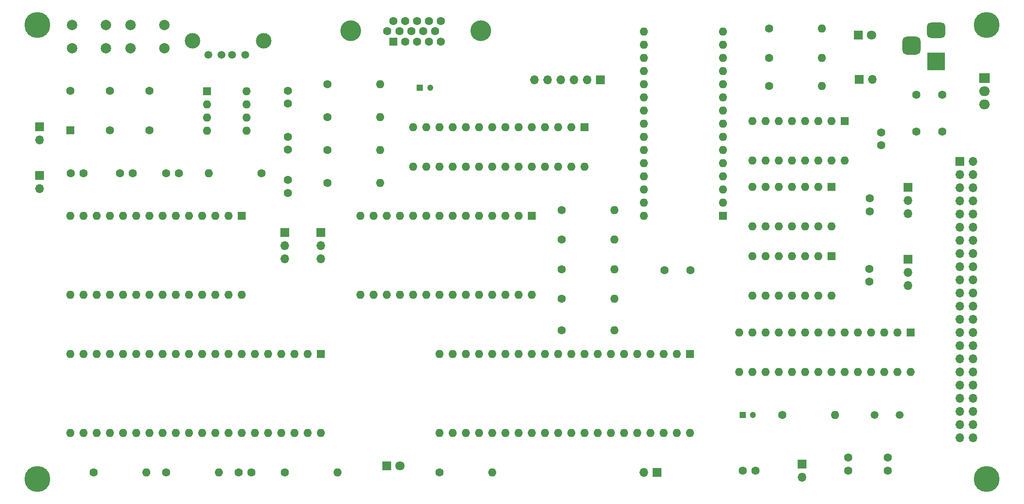
<source format=gbr>
%TF.GenerationSoftware,KiCad,Pcbnew,(6.0.10)*%
%TF.CreationDate,2023-07-26T11:36:41-05:00*%
%TF.ProjectId,Open Apple 1 SBC,4f70656e-2041-4707-906c-652031205342,rev?*%
%TF.SameCoordinates,Original*%
%TF.FileFunction,Soldermask,Bot*%
%TF.FilePolarity,Negative*%
%FSLAX46Y46*%
G04 Gerber Fmt 4.6, Leading zero omitted, Abs format (unit mm)*
G04 Created by KiCad (PCBNEW (6.0.10)) date 2023-07-26 11:36:41*
%MOMM*%
%LPD*%
G01*
G04 APERTURE LIST*
G04 Aperture macros list*
%AMRoundRect*
0 Rectangle with rounded corners*
0 $1 Rounding radius*
0 $2 $3 $4 $5 $6 $7 $8 $9 X,Y pos of 4 corners*
0 Add a 4 corners polygon primitive as box body*
4,1,4,$2,$3,$4,$5,$6,$7,$8,$9,$2,$3,0*
0 Add four circle primitives for the rounded corners*
1,1,$1+$1,$2,$3*
1,1,$1+$1,$4,$5*
1,1,$1+$1,$6,$7*
1,1,$1+$1,$8,$9*
0 Add four rect primitives between the rounded corners*
20,1,$1+$1,$2,$3,$4,$5,0*
20,1,$1+$1,$4,$5,$6,$7,0*
20,1,$1+$1,$6,$7,$8,$9,0*
20,1,$1+$1,$8,$9,$2,$3,0*%
G04 Aperture macros list end*
%ADD10R,1.700000X1.700000*%
%ADD11O,1.700000X1.700000*%
%ADD12R,1.200000X1.200000*%
%ADD13C,1.200000*%
%ADD14R,1.800000X1.800000*%
%ADD15C,1.800000*%
%ADD16R,1.600000X1.600000*%
%ADD17O,1.600000X1.600000*%
%ADD18C,5.000000*%
%ADD19C,1.600000*%
%ADD20C,2.000000*%
%ADD21C,4.000000*%
%ADD22C,1.500000*%
%ADD23C,3.000000*%
%ADD24R,3.500000X3.500000*%
%ADD25RoundRect,0.750000X-1.000000X0.750000X-1.000000X-0.750000X1.000000X-0.750000X1.000000X0.750000X0*%
%ADD26RoundRect,0.875000X-0.875000X0.875000X-0.875000X-0.875000X0.875000X-0.875000X0.875000X0.875000X0*%
%ADD27R,2.000000X1.905000*%
%ADD28O,2.000000X1.905000*%
G04 APERTURE END LIST*
D10*
%TO.C,A1*%
X98425000Y-80645000D03*
D11*
X98425000Y-83185000D03*
X98425000Y-85725000D03*
%TD*%
D10*
%TO.C,A2*%
X105410000Y-80645000D03*
D11*
X105410000Y-83185000D03*
X105410000Y-85725000D03*
%TD*%
D12*
%TO.C,C3*%
X124460000Y-52705000D03*
D13*
X126460000Y-52705000D03*
%TD*%
D14*
%TO.C,D1*%
X208915000Y-42545000D03*
D15*
X211455000Y-42545000D03*
%TD*%
D10*
%TO.C,J5*%
X170180000Y-127000000D03*
D11*
X167640000Y-127000000D03*
%TD*%
D16*
%TO.C,J6*%
X182880000Y-77470000D03*
D17*
X182880000Y-74930000D03*
X182880000Y-72390000D03*
X182880000Y-69850000D03*
X182880000Y-67310000D03*
X182880000Y-64770000D03*
X182880000Y-62230000D03*
X182880000Y-59690000D03*
X182880000Y-57150000D03*
X182880000Y-54610000D03*
X182880000Y-52070000D03*
X182880000Y-49530000D03*
X182880000Y-46990000D03*
X182880000Y-44450000D03*
X182880000Y-41910000D03*
X167640000Y-41910000D03*
X167640000Y-44450000D03*
X167640000Y-46990000D03*
X167640000Y-49530000D03*
X167640000Y-52070000D03*
X167640000Y-54610000D03*
X167640000Y-57150000D03*
X167640000Y-59690000D03*
X167640000Y-62230000D03*
X167640000Y-64770000D03*
X167640000Y-67310000D03*
X167640000Y-69850000D03*
X167640000Y-72390000D03*
X167640000Y-74930000D03*
X167640000Y-77470000D03*
%TD*%
D18*
%TO.C,J1*%
X233680000Y-128270000D03*
%TD*%
%TO.C,J2*%
X233680000Y-40640000D03*
%TD*%
%TO.C,J3*%
X50800000Y-128270000D03*
%TD*%
%TO.C,J4*%
X50800000Y-40640000D03*
%TD*%
D19*
%TO.C,R1*%
X106680000Y-71120000D03*
D17*
X116840000Y-71120000D03*
%TD*%
D19*
%TO.C,R2*%
X106680000Y-52070000D03*
D17*
X116840000Y-52070000D03*
%TD*%
D19*
%TO.C,R3*%
X106680000Y-58420000D03*
D17*
X116840000Y-58420000D03*
%TD*%
D19*
%TO.C,R4*%
X106680000Y-64770000D03*
D17*
X116840000Y-64770000D03*
%TD*%
D19*
%TO.C,R5*%
X191770000Y-41275000D03*
D17*
X201930000Y-41275000D03*
%TD*%
D19*
%TO.C,R6*%
X61595000Y-127000000D03*
D17*
X71755000Y-127000000D03*
%TD*%
D19*
%TO.C,R7*%
X75565000Y-127000000D03*
D17*
X85725000Y-127000000D03*
%TD*%
D19*
%TO.C,R8*%
X98425000Y-127000000D03*
D17*
X108585000Y-127000000D03*
%TD*%
D19*
%TO.C,R9*%
X191770000Y-46990000D03*
D17*
X201930000Y-46990000D03*
%TD*%
D19*
%TO.C,R10*%
X151765000Y-76327000D03*
D17*
X161925000Y-76327000D03*
%TD*%
D20*
%TO.C,SW1*%
X75275000Y-40600000D03*
X68775000Y-40600000D03*
X75275000Y-45100000D03*
X68775000Y-45100000D03*
%TD*%
D16*
%TO.C,U9*%
X176530000Y-104140000D03*
D17*
X173990000Y-104140000D03*
X171450000Y-104140000D03*
X168910000Y-104140000D03*
X166370000Y-104140000D03*
X163830000Y-104140000D03*
X161290000Y-104140000D03*
X158750000Y-104140000D03*
X156210000Y-104140000D03*
X153670000Y-104140000D03*
X151130000Y-104140000D03*
X148590000Y-104140000D03*
X146050000Y-104140000D03*
X143510000Y-104140000D03*
X140970000Y-104140000D03*
X138430000Y-104140000D03*
X135890000Y-104140000D03*
X133350000Y-104140000D03*
X130810000Y-104140000D03*
X128270000Y-104140000D03*
X128270000Y-119380000D03*
X130810000Y-119380000D03*
X133350000Y-119380000D03*
X135890000Y-119380000D03*
X138430000Y-119380000D03*
X140970000Y-119380000D03*
X143510000Y-119380000D03*
X146050000Y-119380000D03*
X148590000Y-119380000D03*
X151130000Y-119380000D03*
X153670000Y-119380000D03*
X156210000Y-119380000D03*
X158750000Y-119380000D03*
X161290000Y-119380000D03*
X163830000Y-119380000D03*
X166370000Y-119380000D03*
X168910000Y-119380000D03*
X171450000Y-119380000D03*
X173990000Y-119380000D03*
X176530000Y-119380000D03*
%TD*%
D16*
%TO.C,U4*%
X90170000Y-77470000D03*
D17*
X87630000Y-77470000D03*
X85090000Y-77470000D03*
X82550000Y-77470000D03*
X80010000Y-77470000D03*
X77470000Y-77470000D03*
X74930000Y-77470000D03*
X72390000Y-77470000D03*
X69850000Y-77470000D03*
X67310000Y-77470000D03*
X64770000Y-77470000D03*
X62230000Y-77470000D03*
X59690000Y-77470000D03*
X57150000Y-77470000D03*
X57150000Y-92710000D03*
X59690000Y-92710000D03*
X62230000Y-92710000D03*
X64770000Y-92710000D03*
X67310000Y-92710000D03*
X69850000Y-92710000D03*
X72390000Y-92710000D03*
X74930000Y-92710000D03*
X77470000Y-92710000D03*
X80010000Y-92710000D03*
X82550000Y-92710000D03*
X85090000Y-92710000D03*
X87630000Y-92710000D03*
X90170000Y-92710000D03*
%TD*%
D16*
%TO.C,U1*%
X206290000Y-59195000D03*
D17*
X203750000Y-59195000D03*
X201210000Y-59195000D03*
X198670000Y-59195000D03*
X196130000Y-59195000D03*
X193590000Y-59195000D03*
X191050000Y-59195000D03*
X188510000Y-59195000D03*
X188510000Y-66815000D03*
X191050000Y-66815000D03*
X193590000Y-66815000D03*
X196130000Y-66815000D03*
X198670000Y-66815000D03*
X201210000Y-66815000D03*
X203750000Y-66815000D03*
X206290000Y-66815000D03*
%TD*%
D16*
%TO.C,U2*%
X146050000Y-77470000D03*
D17*
X143510000Y-77470000D03*
X140970000Y-77470000D03*
X138430000Y-77470000D03*
X135890000Y-77470000D03*
X133350000Y-77470000D03*
X130810000Y-77470000D03*
X128270000Y-77470000D03*
X125730000Y-77470000D03*
X123190000Y-77470000D03*
X120650000Y-77470000D03*
X118110000Y-77470000D03*
X115570000Y-77470000D03*
X113030000Y-77470000D03*
X113030000Y-92710000D03*
X115570000Y-92710000D03*
X118110000Y-92710000D03*
X120650000Y-92710000D03*
X123190000Y-92710000D03*
X125730000Y-92710000D03*
X128270000Y-92710000D03*
X130810000Y-92710000D03*
X133350000Y-92710000D03*
X135890000Y-92710000D03*
X138430000Y-92710000D03*
X140970000Y-92710000D03*
X143510000Y-92710000D03*
X146050000Y-92710000D03*
%TD*%
D16*
%TO.C,U3*%
X203750000Y-85230000D03*
D17*
X201210000Y-85230000D03*
X198670000Y-85230000D03*
X196130000Y-85230000D03*
X193590000Y-85230000D03*
X191050000Y-85230000D03*
X188510000Y-85230000D03*
X188510000Y-92850000D03*
X191050000Y-92850000D03*
X193590000Y-92850000D03*
X196130000Y-92850000D03*
X198670000Y-92850000D03*
X201210000Y-92850000D03*
X203750000Y-92850000D03*
%TD*%
D16*
%TO.C,U5*%
X203750000Y-71895000D03*
D17*
X201210000Y-71895000D03*
X198670000Y-71895000D03*
X196130000Y-71895000D03*
X193590000Y-71895000D03*
X191050000Y-71895000D03*
X188510000Y-71895000D03*
X188510000Y-79515000D03*
X191050000Y-79515000D03*
X193590000Y-79515000D03*
X196130000Y-79515000D03*
X198670000Y-79515000D03*
X201210000Y-79515000D03*
X203750000Y-79515000D03*
%TD*%
D16*
%TO.C,U7*%
X105410000Y-104140000D03*
D17*
X102870000Y-104140000D03*
X100330000Y-104140000D03*
X97790000Y-104140000D03*
X95250000Y-104140000D03*
X92710000Y-104140000D03*
X90170000Y-104140000D03*
X87630000Y-104140000D03*
X85090000Y-104140000D03*
X82550000Y-104140000D03*
X80010000Y-104140000D03*
X77470000Y-104140000D03*
X74930000Y-104140000D03*
X72390000Y-104140000D03*
X69850000Y-104140000D03*
X67310000Y-104140000D03*
X64770000Y-104140000D03*
X62230000Y-104140000D03*
X59690000Y-104140000D03*
X57150000Y-104140000D03*
X57150000Y-119380000D03*
X59690000Y-119380000D03*
X62230000Y-119380000D03*
X64770000Y-119380000D03*
X67310000Y-119380000D03*
X69850000Y-119380000D03*
X72390000Y-119380000D03*
X74930000Y-119380000D03*
X77470000Y-119380000D03*
X80010000Y-119380000D03*
X82550000Y-119380000D03*
X85090000Y-119380000D03*
X87630000Y-119380000D03*
X90170000Y-119380000D03*
X92710000Y-119380000D03*
X95250000Y-119380000D03*
X97790000Y-119380000D03*
X100330000Y-119380000D03*
X102870000Y-119380000D03*
X105410000Y-119380000D03*
%TD*%
D16*
%TO.C,U8*%
X156210000Y-60325000D03*
D17*
X153670000Y-60325000D03*
X151130000Y-60325000D03*
X148590000Y-60325000D03*
X146050000Y-60325000D03*
X143510000Y-60325000D03*
X140970000Y-60325000D03*
X138430000Y-60325000D03*
X135890000Y-60325000D03*
X133350000Y-60325000D03*
X130810000Y-60325000D03*
X128270000Y-60325000D03*
X125730000Y-60325000D03*
X123190000Y-60325000D03*
X123190000Y-67945000D03*
X125730000Y-67945000D03*
X128270000Y-67945000D03*
X130810000Y-67945000D03*
X133350000Y-67945000D03*
X135890000Y-67945000D03*
X138430000Y-67945000D03*
X140970000Y-67945000D03*
X143510000Y-67945000D03*
X146050000Y-67945000D03*
X148590000Y-67945000D03*
X151130000Y-67945000D03*
X153670000Y-67945000D03*
X156210000Y-67945000D03*
%TD*%
D16*
%TO.C,X1*%
X57150000Y-60960000D03*
D19*
X64770000Y-60960000D03*
X72390000Y-60960000D03*
X64770000Y-53340000D03*
X72390000Y-53340000D03*
X57150000Y-53340000D03*
%TD*%
D10*
%TO.C,JP1*%
X51200000Y-69700000D03*
D11*
X51200000Y-72240000D03*
%TD*%
D19*
%TO.C,C5*%
X89535000Y-127000000D03*
X92035000Y-127000000D03*
%TD*%
%TO.C,C6*%
X57230000Y-69215000D03*
X59730000Y-69215000D03*
%TD*%
%TO.C,C7*%
X213400000Y-61350000D03*
X213400000Y-63850000D03*
%TD*%
%TO.C,C8*%
X66675000Y-69215000D03*
X69175000Y-69215000D03*
%TD*%
%TO.C,C9*%
X211130000Y-74110000D03*
X211130000Y-76610000D03*
%TD*%
%TO.C,C1*%
X99060000Y-64690000D03*
X99060000Y-62190000D03*
%TD*%
%TO.C,C10*%
X211040000Y-87690000D03*
X211040000Y-90190000D03*
%TD*%
%TO.C,C11*%
X99060000Y-73025000D03*
X99060000Y-70525000D03*
%TD*%
%TO.C,C12*%
X75565000Y-69215000D03*
X78065000Y-69215000D03*
%TD*%
%TO.C,C4*%
X99060000Y-55800000D03*
X99060000Y-53300000D03*
%TD*%
%TO.C,C13*%
X206980000Y-124150000D03*
X206980000Y-126650000D03*
%TD*%
%TO.C,C14*%
X214600000Y-124150000D03*
X214600000Y-126650000D03*
%TD*%
D12*
%TO.C,C17*%
X186660000Y-115895000D03*
D13*
X188660000Y-115895000D03*
%TD*%
D19*
%TO.C,C18*%
X186660000Y-126690000D03*
X189160000Y-126690000D03*
%TD*%
D21*
%TO.C,J7*%
X136195000Y-41765000D03*
X111195000Y-41765000D03*
D16*
X119380000Y-43815000D03*
D19*
X121670000Y-43815000D03*
X123960000Y-43815000D03*
X126250000Y-43815000D03*
X128540000Y-43815000D03*
X118235000Y-41835000D03*
X120525000Y-41835000D03*
X122815000Y-41835000D03*
X125105000Y-41835000D03*
X127395000Y-41835000D03*
X119380000Y-39855000D03*
X121670000Y-39855000D03*
X123960000Y-39855000D03*
X126250000Y-39855000D03*
X128540000Y-39855000D03*
%TD*%
D10*
%TO.C,P2*%
X198090000Y-125420000D03*
D11*
X198090000Y-127960000D03*
%TD*%
D19*
%TO.C,R12*%
X151765000Y-82042000D03*
D17*
X161925000Y-82042000D03*
%TD*%
D19*
%TO.C,R14*%
X151765000Y-87757000D03*
D17*
X161925000Y-87757000D03*
%TD*%
D19*
%TO.C,R15*%
X151765000Y-93472000D03*
D17*
X161925000Y-93472000D03*
%TD*%
D19*
%TO.C,R16*%
X194280000Y-115895000D03*
D17*
X204440000Y-115895000D03*
%TD*%
D16*
%TO.C,U11*%
X219045000Y-100020000D03*
D17*
X216505000Y-100020000D03*
X213965000Y-100020000D03*
X211425000Y-100020000D03*
X208885000Y-100020000D03*
X206345000Y-100020000D03*
X203805000Y-100020000D03*
X201265000Y-100020000D03*
X198725000Y-100020000D03*
X196185000Y-100020000D03*
X193645000Y-100020000D03*
X191105000Y-100020000D03*
X188565000Y-100020000D03*
X186025000Y-100020000D03*
X186025000Y-107640000D03*
X188565000Y-107640000D03*
X191105000Y-107640000D03*
X193645000Y-107640000D03*
X196185000Y-107640000D03*
X198725000Y-107640000D03*
X201265000Y-107640000D03*
X203805000Y-107640000D03*
X206345000Y-107640000D03*
X208885000Y-107640000D03*
X211425000Y-107640000D03*
X213965000Y-107640000D03*
X216505000Y-107640000D03*
X219045000Y-107640000D03*
%TD*%
D22*
%TO.C,Y1*%
X212060000Y-115895000D03*
X216940000Y-115895000D03*
%TD*%
D10*
%TO.C,P3*%
X159230000Y-51240000D03*
D11*
X156690000Y-51240000D03*
X154150000Y-51240000D03*
X151610000Y-51240000D03*
X149070000Y-51240000D03*
X146530000Y-51240000D03*
%TD*%
D14*
%TO.C,D2*%
X118110000Y-125730000D03*
D15*
X120650000Y-125730000D03*
%TD*%
D19*
%TO.C,R11*%
X128270000Y-127000000D03*
D17*
X138430000Y-127000000D03*
%TD*%
D19*
%TO.C,R17*%
X93980000Y-69215000D03*
D17*
X83820000Y-69215000D03*
%TD*%
D22*
%TO.C,P4*%
X90805000Y-46355000D03*
X88265000Y-46355000D03*
X86235000Y-46355000D03*
X83695000Y-46355000D03*
D23*
X94365000Y-43685000D03*
X80645000Y-43685000D03*
%TD*%
D10*
%TO.C,A3*%
X218510000Y-85805000D03*
D11*
X218510000Y-88345000D03*
X218510000Y-90885000D03*
%TD*%
D19*
%TO.C,R13*%
X151765000Y-99568000D03*
D17*
X161925000Y-99568000D03*
%TD*%
D10*
%TO.C,P1*%
X228530000Y-67000000D03*
D11*
X231070000Y-67000000D03*
X228530000Y-69540000D03*
X231070000Y-69540000D03*
X228530000Y-72080000D03*
X231070000Y-72080000D03*
X228530000Y-74620000D03*
X231070000Y-74620000D03*
X228530000Y-77160000D03*
X231070000Y-77160000D03*
X228530000Y-79700000D03*
X231070000Y-79700000D03*
X228530000Y-82240000D03*
X231070000Y-82240000D03*
X228530000Y-84780000D03*
X231070000Y-84780000D03*
X228530000Y-87320000D03*
X231070000Y-87320000D03*
X228530000Y-89860000D03*
X231070000Y-89860000D03*
X228530000Y-92400000D03*
X231070000Y-92400000D03*
X228530000Y-94940000D03*
X231070000Y-94940000D03*
X228530000Y-97480000D03*
X231070000Y-97480000D03*
X228530000Y-100020000D03*
X231070000Y-100020000D03*
X228530000Y-102560000D03*
X231070000Y-102560000D03*
X228530000Y-105100000D03*
X231070000Y-105100000D03*
X228530000Y-107640000D03*
X231070000Y-107640000D03*
X228530000Y-110180000D03*
X231070000Y-110180000D03*
X228530000Y-112720000D03*
X231070000Y-112720000D03*
X228530000Y-115260000D03*
X231070000Y-115260000D03*
X228530000Y-117800000D03*
X231070000Y-117800000D03*
X228530000Y-120340000D03*
X231070000Y-120340000D03*
%TD*%
D24*
%TO.C,CON1*%
X223901000Y-47625000D03*
D25*
X223901000Y-41625000D03*
D26*
X219201000Y-44625000D03*
%TD*%
D16*
%TO.C,U6*%
X83460000Y-53390000D03*
D17*
X83460000Y-55930000D03*
X83460000Y-58470000D03*
X83460000Y-61010000D03*
X91080000Y-61010000D03*
X91080000Y-58470000D03*
X91080000Y-55930000D03*
X91080000Y-53390000D03*
%TD*%
D19*
%TO.C,C15*%
X220110000Y-54070000D03*
X225110000Y-54070000D03*
%TD*%
%TO.C,C16*%
X220110000Y-61170000D03*
X225110000Y-61170000D03*
%TD*%
D10*
%TO.C,A4*%
X218510000Y-71955000D03*
D11*
X218510000Y-74495000D03*
X218510000Y-77035000D03*
%TD*%
D10*
%TO.C,JP2*%
X209125000Y-51150000D03*
D11*
X211665000Y-51150000D03*
%TD*%
D27*
%TO.C,U10*%
X233275000Y-50900000D03*
D28*
X233275000Y-53440000D03*
X233275000Y-55980000D03*
%TD*%
D10*
%TO.C,JP3*%
X51200000Y-60275000D03*
D11*
X51200000Y-62815000D03*
%TD*%
D19*
%TO.C,C2*%
X171600000Y-87975000D03*
X176600000Y-87975000D03*
%TD*%
D20*
%TO.C,SW2*%
X57525000Y-40600000D03*
X64025000Y-40600000D03*
X57525000Y-45100000D03*
X64025000Y-45100000D03*
%TD*%
D19*
%TO.C,R18*%
X191800000Y-52425000D03*
D17*
X201960000Y-52425000D03*
%TD*%
M02*

</source>
